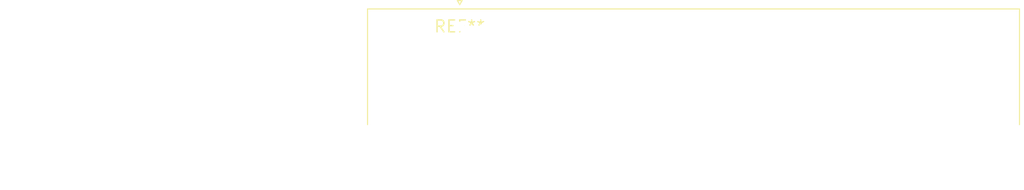
<source format=kicad_pcb>
(kicad_pcb (version 20240108) (generator pcbnew)
  (layers (0 "F.Cu" signal) (31 "B.Cu" signal) (34 "B.Paste" user) (35 "F.Paste" user) (36 "B.SilkS" user "B.Silkscreen") (37 "F.SilkS" user "F.Silkscreen") (38 "B.Mask" user) (39 "F.Mask" user) (44 "Edge.Cuts" user))
  (net 0 "")
  (footprint "DSUB-37_Male_Horizontal_P2.77x2.84mm_EdgePinOffset7.70mm_Housed_MountingHolesOffset9.12mm" (layer "F.Cu") (at 0 0)
    (property "Reference" "REF**")
    (property "Value" "DSUB-37_Male_Horizontal_P2.77x2.84mm_EdgePinOffset7.70mm_Housed_MountingHolesOffset9.12mm")
    (fp_line (start -9.83 -1.86) (end 59.69 -1.86) (layer "F.SilkS") (stroke (width 0.12)))
    (fp_line (start -9.83 10.48) (end -9.83 -1.86) (layer "F.SilkS") (stroke (width 0.12)))
    (fp_line (start -0.25 -2.754338) (end 0.25 -2.754338) (layer "F.SilkS") (stroke (width 0.12)))
    (fp_line (start 0 -2.321325) (end -0.25 -2.754338) (layer "F.SilkS") (stroke (width 0.12)))
    (fp_line (start 0.25 -2.754338) (end 0 -2.321325) (layer "F.SilkS") (stroke (width 0.12)))
    (fp_line (start 59.69 -1.86) (end 59.69 10.48) (layer "F.SilkS") (stroke (width 0.12)))
    (pad "0" thru_hole circle (at -6.82 1.42) (size 4 4) (drill 3.2) (layers *.Cu *.Mask) (remove_unused_layers))
    (pad "0" thru_hole circle (at 56.68 1.42) (size 4 4) (drill 3.2) (layers *.Cu *.Mask) (remove_unused_layers))
    (pad "1" thru_hole rect (at 0 0) (size 1.6 1.6) (drill 1) (layers *.Cu *.Mask) (remove_unused_layers))
    (pad "2" thru_hole circle (at 2.77 0) (size 1.6 1.6) (drill 1) (layers *.Cu *.Mask) (remove_unused_layers))
    (pad "3" thru_hole circle (at 5.54 0) (size 1.6 1.6) (drill 1) (layers *.Cu *.Mask) (remove_unused_layers))
    (pad "4" thru_hole circle (at 8.31 0) (size 1.6 1.6) (drill 1) (layers *.Cu *.Mask) (remove_unused_layers))
    (pad "5" thru_hole circle (at 11.08 0) (size 1.6 1.6) (drill 1) (layers *.Cu *.Mask) (remove_unused_layers))
    (pad "6" thru_hole circle (at 13.85 0) (size 1.6 1.6) (drill 1) (layers *.Cu *.Mask) (remove_unused_layers))
    (pad "7" thru_hole circle (at 16.62 0) (size 1.6 1.6) (drill 1) (layers *.Cu *.Mask) (remove_unused_layers))
    (pad "8" thru_hole circle (at 19.39 0) (size 1.6 1.6) (drill 1) (layers *.Cu *.Mask) (remove_unused_layers))
    (pad "9" thru_hole circle (at 22.16 0) (size 1.6 1.6) (drill 1) (layers *.Cu *.Mask) (remove_unused_layers))
    (pad "10" thru_hole circle (at 24.93 0) (size 1.6 1.6) (drill 1) (layers *.Cu *.Mask) (remove_unused_layers))
    (pad "11" thru_hole circle (at 27.7 0) (size 1.6 1.6) (drill 1) (layers *.Cu *.Mask) (remove_unused_layers))
    (pad "12" thru_hole circle (at 30.47 0) (size 1.6 1.6) (drill 1) (layers *.Cu *.Mask) (remove_unused_layers))
    (pad "13" thru_hole circle (at 33.24 0) (size 1.6 1.6) (drill 1) (layers *.Cu *.Mask) (remove_unused_layers))
    (pad "14" thru_hole circle (at 36.01 0) (size 1.6 1.6) (drill 1) (layers *.Cu *.Mask) (remove_unused_layers))
    (pad "15" thru_hole circle (at 38.78 0) (size 1.6 1.6) (drill 1) (layers *.Cu *.Mask) (remove_unused_layers))
    (pad "16" thru_hole circle (at 41.55 0) (size 1.6 1.6) (drill 1) (layers *.Cu *.Mask) (remove_unused_layers))
    (pad "17" thru_hole circle (at 44.32 0) (size 1.6 1.6) (drill 1) (layers *.Cu *.Mask) (remove_unused_layers))
    (pad "18" thru_hole circle (at 47.09 0) (size 1.6 1.6) (drill 1) (layers *.Cu *.Mask) (remove_unused_layers))
    (pad "19" thru_hole circle (at 49.86 0) (size 1.6 1.6) (drill 1) (layers *.Cu *.Mask) (remove_unused_layers))
    (pad "20" thru_hole circle (at 1.385 2.84) (size 1.6 1.6) (drill 1) (layers *.Cu *.Mask) (remove_unused_layers))
    (pad "21" thru_hole circle (at 4.155 2.84) (size 1.6 1.6) (drill 1) (layers *.Cu *.Mask) (remove_unused_layers))
    (pad "22" thru_hole circle (at 6.925 2.84) (size 1.6 1.6) (drill 1) (layers *.Cu *.Mask) (remove_unused_layers))
    (pad "23" thru_hole circle (at 9.695 2.84) (size 1.6 1.6) (drill 1) (layers *.Cu *.Mask) (remove_unused_layers))
    (pad "24" thru_hole circle (at 12.465 2.84) (size 1.6 1.6) (drill 1) (layers *.Cu *.Mask) (remove_unused_layers))
    (pad "25" thru_hole circle (at 15.235 2.84) (size 1.6 1.6) (drill 1) (layers *.Cu *.Mask) (remove_unused_layers))
    (pad "26" thru_hole circle (at 18.005 2.84) (size 1.6 1.6) (drill 1) (layers *.Cu *.Mask) (remove_unused_layers))
    (pad "27" thru_hole circle (at 20.775 2.84) (size 1.6 1.6) (drill 1) (layers *.Cu *.Mask) (remove_unused_layers))
    (pad "28" thru_hole circle (at 23.545 2.84) (size 1.6 1.6) (drill 1) (layers *.Cu *.Mask) (remove_unused_layers))
    (pad "29" thru_hole circle (at 26.315 2.84) (size 1.6 1.6) (drill 1) (layers *.Cu *.Mask) (remove_unused_layers))
    (pad "30" thru_hole circle (at 29.085 2.84) (size 1.6 1.6) (drill 1) (layers *.Cu *.Mask) (remove_unused_layers))
    (pad "31" thru_hole circle (at 31.855 2.84) (size 1.6 1.6) (drill 1) (layers *.Cu *.Mask) (remove_unused_layers))
    (pad "32" thru_hole circle (at 34.625 2.84) (size 1.6 1.6) (drill 1) (layers *.Cu *.Mask) (remove_unused_layers))
    (pad "33" thru_hole circle (at 37.395 2.84) (size 1.6 1.6) (drill 1) (layers *.Cu *.Mask) (remove_unused_layers))
    (pad "34" thru_hole circle (at 40.165 2.84) (size 1.6 1.6) (drill 1) (layers *.Cu *.Mask) (remove_unused_layers))
    (pad "35" thru_hole circle (at 42.935 2.84) (size 1.6 1.6) (drill 1) (layers *.Cu *.Mask) (remove_unused_layers))
    (pad "36" thru_hole circle (at 45.705 2.84) (size 1.6 1.6) (drill 1) (layers *.Cu *.Mask) (remove_unused_layers))
    (pad "37" thru_hole circle (at 48.475 2.84) (size 1.6 1.6) (drill 1) (layers *.Cu *.Mask) (remove_unused_layers))
  )
)
</source>
